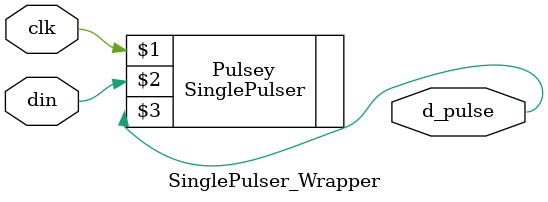
<source format=v>
`timescale 1ns / 1ps

module SinglePulser_Wrapper(
        input wire clk, din, output wire d_pulse
    );
    SinglePulser Pulsey (clk, din, d_pulse);
endmodule

</source>
